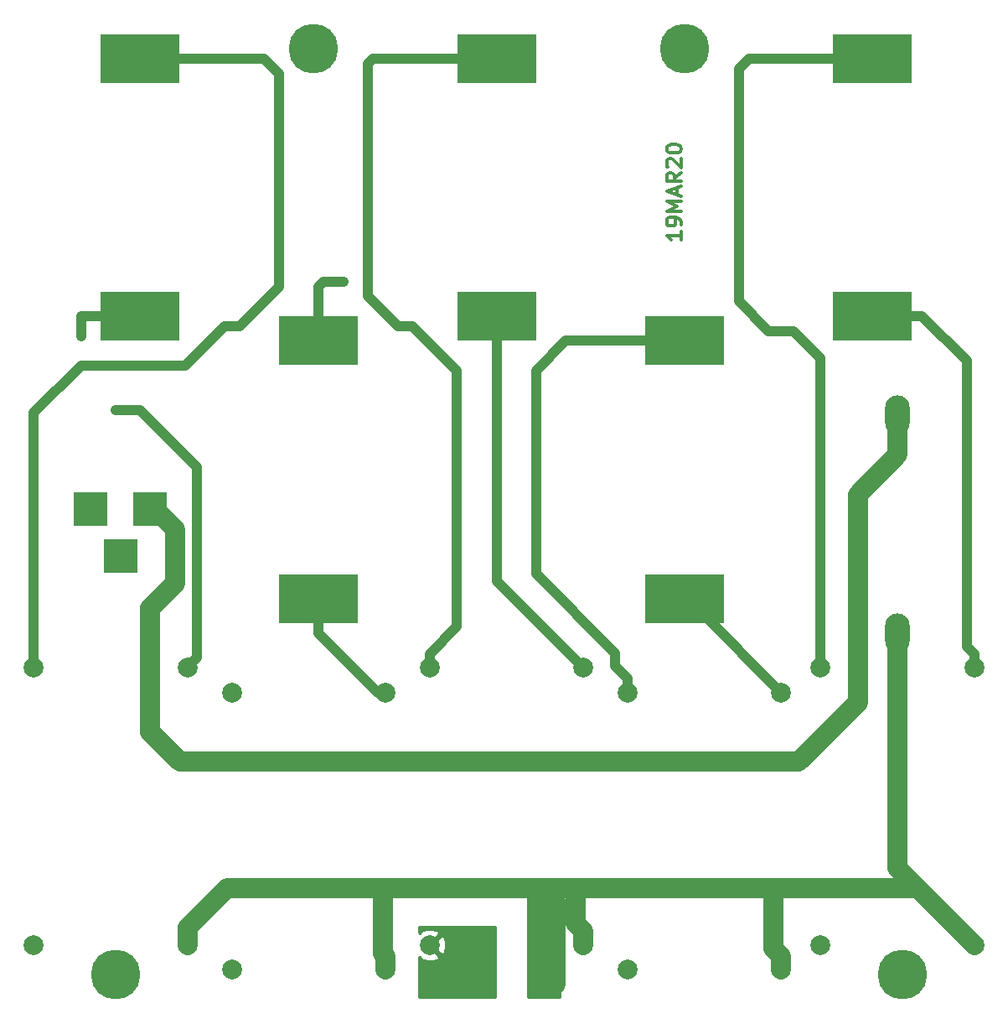
<source format=gbr>
G04 #@! TF.GenerationSoftware,KiCad,Pcbnew,(5.0.0)*
G04 #@! TF.CreationDate,2020-03-19T16:58:16-04:00*
G04 #@! TF.ProjectId,Grow_Lamp,47726F775F4C616D702E6B696361645F,rev?*
G04 #@! TF.SameCoordinates,Original*
G04 #@! TF.FileFunction,Copper,L1,Top,Signal*
G04 #@! TF.FilePolarity,Positive*
%FSLAX46Y46*%
G04 Gerber Fmt 4.6, Leading zero omitted, Abs format (unit mm)*
G04 Created by KiCad (PCBNEW (5.0.0)) date 03/19/20 16:58:16*
%MOMM*%
%LPD*%
G01*
G04 APERTURE LIST*
G04 #@! TA.AperFunction,NonConductor*
%ADD10C,0.375000*%
G04 #@! TD*
G04 #@! TA.AperFunction,SMDPad,CuDef*
%ADD11R,8.000000X5.000000*%
G04 #@! TD*
G04 #@! TA.AperFunction,ComponentPad*
%ADD12C,2.000000*%
G04 #@! TD*
G04 #@! TA.AperFunction,ComponentPad*
%ADD13O,2.500000X4.000000*%
G04 #@! TD*
G04 #@! TA.AperFunction,ComponentPad*
%ADD14R,3.500000X3.500000*%
G04 #@! TD*
G04 #@! TA.AperFunction,ComponentPad*
%ADD15C,5.000000*%
G04 #@! TD*
G04 #@! TA.AperFunction,ViaPad*
%ADD16C,0.800000*%
G04 #@! TD*
G04 #@! TA.AperFunction,Conductor*
%ADD17C,1.000000*%
G04 #@! TD*
G04 #@! TA.AperFunction,Conductor*
%ADD18C,2.000000*%
G04 #@! TD*
G04 #@! TA.AperFunction,Conductor*
%ADD19C,0.254000*%
G04 #@! TD*
G04 APERTURE END LIST*
D10*
X157678571Y-76964285D02*
X157678571Y-77821428D01*
X157678571Y-77392857D02*
X156178571Y-77392857D01*
X156392857Y-77535714D01*
X156535714Y-77678571D01*
X156607142Y-77821428D01*
X157678571Y-76250000D02*
X157678571Y-75964285D01*
X157607142Y-75821428D01*
X157535714Y-75750000D01*
X157321428Y-75607142D01*
X157035714Y-75535714D01*
X156464285Y-75535714D01*
X156321428Y-75607142D01*
X156250000Y-75678571D01*
X156178571Y-75821428D01*
X156178571Y-76107142D01*
X156250000Y-76250000D01*
X156321428Y-76321428D01*
X156464285Y-76392857D01*
X156821428Y-76392857D01*
X156964285Y-76321428D01*
X157035714Y-76250000D01*
X157107142Y-76107142D01*
X157107142Y-75821428D01*
X157035714Y-75678571D01*
X156964285Y-75607142D01*
X156821428Y-75535714D01*
X157678571Y-74892857D02*
X156178571Y-74892857D01*
X157250000Y-74392857D01*
X156178571Y-73892857D01*
X157678571Y-73892857D01*
X157250000Y-73250000D02*
X157250000Y-72535714D01*
X157678571Y-73392857D02*
X156178571Y-72892857D01*
X157678571Y-72392857D01*
X157678571Y-71035714D02*
X156964285Y-71535714D01*
X157678571Y-71892857D02*
X156178571Y-71892857D01*
X156178571Y-71321428D01*
X156250000Y-71178571D01*
X156321428Y-71107142D01*
X156464285Y-71035714D01*
X156678571Y-71035714D01*
X156821428Y-71107142D01*
X156892857Y-71178571D01*
X156964285Y-71321428D01*
X156964285Y-71892857D01*
X156321428Y-70464285D02*
X156250000Y-70392857D01*
X156178571Y-70250000D01*
X156178571Y-69892857D01*
X156250000Y-69750000D01*
X156321428Y-69678571D01*
X156464285Y-69607142D01*
X156607142Y-69607142D01*
X156821428Y-69678571D01*
X157678571Y-70535714D01*
X157678571Y-69607142D01*
X156178571Y-68678571D02*
X156178571Y-68535714D01*
X156250000Y-68392857D01*
X156321428Y-68321428D01*
X156464285Y-68250000D01*
X156750000Y-68178571D01*
X157107142Y-68178571D01*
X157392857Y-68250000D01*
X157535714Y-68321428D01*
X157607142Y-68392857D01*
X157678571Y-68535714D01*
X157678571Y-68678571D01*
X157607142Y-68821428D01*
X157535714Y-68892857D01*
X157392857Y-68964285D01*
X157107142Y-69035714D01*
X156750000Y-69035714D01*
X156464285Y-68964285D01*
X156321428Y-68892857D01*
X156250000Y-68821428D01*
X156178571Y-68678571D01*
D11*
G04 #@! TO.P,D1,2*
G04 #@! TO.N,Net-(D1-Pad2)*
X103000000Y-85500000D03*
G04 #@! TO.P,D1,1*
G04 #@! TO.N,Net-(D1-Pad1)*
X103000000Y-59500000D03*
G04 #@! TD*
G04 #@! TO.P,D2,1*
G04 #@! TO.N,Net-(D2-Pad1)*
X121000000Y-88000000D03*
G04 #@! TO.P,D2,2*
G04 #@! TO.N,Net-(D2-Pad2)*
X121000000Y-114000000D03*
G04 #@! TD*
G04 #@! TO.P,D3,2*
G04 #@! TO.N,Net-(D3-Pad2)*
X139000000Y-85500000D03*
G04 #@! TO.P,D3,1*
G04 #@! TO.N,Net-(D3-Pad1)*
X139000000Y-59500000D03*
G04 #@! TD*
G04 #@! TO.P,D4,1*
G04 #@! TO.N,Net-(D4-Pad1)*
X158000000Y-88000000D03*
G04 #@! TO.P,D4,2*
G04 #@! TO.N,Net-(D4-Pad2)*
X158000000Y-114000000D03*
G04 #@! TD*
D12*
G04 #@! TO.P,U1,4*
G04 #@! TO.N,Net-(D1-Pad1)*
X92250000Y-121000000D03*
G04 #@! TO.P,U1,3*
G04 #@! TO.N,Net-(D1-Pad2)*
X107750000Y-121000000D03*
G04 #@! TO.P,U1,2*
G04 #@! TO.N,+12V*
X107750000Y-149000000D03*
G04 #@! TO.P,U1,1*
G04 #@! TO.N,GND*
X92250000Y-149000000D03*
G04 #@! TD*
G04 #@! TO.P,U2,1*
G04 #@! TO.N,GND*
X112250000Y-151500000D03*
G04 #@! TO.P,U2,2*
G04 #@! TO.N,+12V*
X127750000Y-151500000D03*
G04 #@! TO.P,U2,3*
G04 #@! TO.N,Net-(D2-Pad2)*
X127750000Y-123500000D03*
G04 #@! TO.P,U2,4*
G04 #@! TO.N,Net-(D2-Pad1)*
X112250000Y-123500000D03*
G04 #@! TD*
G04 #@! TO.P,U3,4*
G04 #@! TO.N,Net-(D3-Pad1)*
X132250000Y-121000000D03*
G04 #@! TO.P,U3,3*
G04 #@! TO.N,Net-(D3-Pad2)*
X147750000Y-121000000D03*
G04 #@! TO.P,U3,2*
G04 #@! TO.N,+12V*
X147750000Y-149000000D03*
G04 #@! TO.P,U3,1*
G04 #@! TO.N,GND*
X132250000Y-149000000D03*
G04 #@! TD*
G04 #@! TO.P,U4,1*
G04 #@! TO.N,GND*
X152250000Y-151500000D03*
G04 #@! TO.P,U4,2*
G04 #@! TO.N,+12V*
X167750000Y-151500000D03*
G04 #@! TO.P,U4,3*
G04 #@! TO.N,Net-(D4-Pad2)*
X167750000Y-123500000D03*
G04 #@! TO.P,U4,4*
G04 #@! TO.N,Net-(D4-Pad1)*
X152250000Y-123500000D03*
G04 #@! TD*
D11*
G04 #@! TO.P,D5,2*
G04 #@! TO.N,Net-(D5-Pad2)*
X177000000Y-85500000D03*
G04 #@! TO.P,D5,1*
G04 #@! TO.N,Net-(D5-Pad1)*
X177000000Y-59500000D03*
G04 #@! TD*
D13*
G04 #@! TO.P,F1,1*
G04 #@! TO.N,+12V*
X179500000Y-117500000D03*
G04 #@! TO.P,F1,2*
G04 #@! TO.N,Net-(F1-Pad2)*
X179500000Y-95500000D03*
G04 #@! TD*
D14*
G04 #@! TO.P,J1,3*
G04 #@! TO.N,N/C*
X101000000Y-109700000D03*
G04 #@! TO.P,J1,2*
G04 #@! TO.N,GND*
X98000000Y-105000000D03*
G04 #@! TO.P,J1,1*
G04 #@! TO.N,Net-(F1-Pad2)*
X104000000Y-105000000D03*
G04 #@! TD*
D12*
G04 #@! TO.P,U5,4*
G04 #@! TO.N,Net-(D5-Pad1)*
X171750000Y-121000000D03*
G04 #@! TO.P,U5,3*
G04 #@! TO.N,Net-(D5-Pad2)*
X187250000Y-121000000D03*
G04 #@! TO.P,U5,2*
G04 #@! TO.N,+12V*
X187250000Y-149000000D03*
G04 #@! TO.P,U5,1*
G04 #@! TO.N,GND*
X171750000Y-149000000D03*
G04 #@! TD*
D15*
G04 #@! TO.P,MNT1,1*
G04 #@! TO.N,GND*
X100500000Y-152000000D03*
G04 #@! TD*
G04 #@! TO.P,MNT2,1*
G04 #@! TO.N,GND*
X180000000Y-152000000D03*
G04 #@! TD*
G04 #@! TO.P,MNT3,1*
G04 #@! TO.N,GND*
X158000000Y-58500000D03*
G04 #@! TD*
G04 #@! TO.P,MNT4,1*
G04 #@! TO.N,GND*
X120500000Y-58500000D03*
G04 #@! TD*
D16*
G04 #@! TO.N,Net-(D1-Pad2)*
X100500000Y-95000000D03*
X97000000Y-85500000D03*
X103000000Y-95000000D03*
X102000000Y-95000000D03*
X97000000Y-86500000D03*
X97000000Y-87500000D03*
G04 #@! TO.N,Net-(D2-Pad1)*
X123500000Y-82000000D03*
X122500000Y-82000000D03*
X121500000Y-82000000D03*
G04 #@! TD*
D17*
G04 #@! TO.N,Net-(D1-Pad2)*
X108749999Y-120000001D02*
X108749999Y-100749999D01*
X107750000Y-121000000D02*
X108749999Y-120000001D01*
X108749999Y-100749999D02*
X103000000Y-95000000D01*
X103000000Y-95000000D02*
X102000000Y-95000000D01*
X103000000Y-95000000D02*
X103000000Y-95000000D01*
X102000000Y-95000000D02*
X100500000Y-95000000D01*
X97000000Y-87500000D02*
X97000000Y-85500000D01*
X103000000Y-85500000D02*
X97000000Y-85500000D01*
G04 #@! TO.N,Net-(D1-Pad1)*
X115500000Y-59500000D02*
X103000000Y-59500000D01*
X117000000Y-61000000D02*
X115500000Y-59500000D01*
X117000000Y-82500000D02*
X117000000Y-61000000D01*
X92250000Y-121000000D02*
X92250000Y-95250000D01*
X92250000Y-95250000D02*
X97000000Y-90500000D01*
X97000000Y-90500000D02*
X107500000Y-90500000D01*
X107500000Y-90500000D02*
X111500000Y-86500000D01*
X111500000Y-86500000D02*
X113000000Y-86500000D01*
X113000000Y-86500000D02*
X117000000Y-82500000D01*
G04 #@! TO.N,Net-(D2-Pad1)*
X121000000Y-82500000D02*
X121500000Y-82000000D01*
X121000000Y-88000000D02*
X121000000Y-82500000D01*
X123500000Y-82000000D02*
X121500000Y-82000000D01*
G04 #@! TO.N,Net-(D2-Pad2)*
X127000000Y-123500000D02*
X127750000Y-123500000D01*
X121000000Y-117500000D02*
X127000000Y-123500000D01*
X121000000Y-114000000D02*
X121000000Y-117500000D01*
G04 #@! TO.N,Net-(D3-Pad2)*
X139000000Y-112250000D02*
X147750000Y-121000000D01*
X139000000Y-85500000D02*
X139000000Y-112250000D01*
G04 #@! TO.N,Net-(D3-Pad1)*
X132250000Y-119585787D02*
X135000000Y-116835787D01*
X132250000Y-121000000D02*
X132250000Y-119585787D01*
X135000000Y-116835787D02*
X135000000Y-91000000D01*
X135000000Y-91000000D02*
X130500000Y-86500000D01*
X130500000Y-86500000D02*
X129000000Y-86500000D01*
X129000000Y-86500000D02*
X126000000Y-83500000D01*
X126000000Y-83500000D02*
X126000000Y-60000000D01*
X126500000Y-59500000D02*
X139000000Y-59500000D01*
X126000000Y-60000000D02*
X126500000Y-59500000D01*
G04 #@! TO.N,Net-(D4-Pad1)*
X152250000Y-122085787D02*
X151000000Y-120835787D01*
X152250000Y-123500000D02*
X152250000Y-122085787D01*
X151000000Y-120835787D02*
X151000000Y-119500000D01*
X151000000Y-119500000D02*
X143000000Y-111500000D01*
X143000000Y-111500000D02*
X143000000Y-91000000D01*
X146000000Y-88000000D02*
X158000000Y-88000000D01*
X143000000Y-91000000D02*
X146000000Y-88000000D01*
G04 #@! TO.N,Net-(D4-Pad2)*
X158000000Y-114000000D02*
X159500000Y-114000000D01*
X159500000Y-115250000D02*
X167750000Y-123500000D01*
X159500000Y-114000000D02*
X159500000Y-115250000D01*
D18*
G04 #@! TO.N,+12V*
X187250000Y-149000000D02*
X181500000Y-143250000D01*
X107750000Y-147250000D02*
X107750000Y-149000000D01*
X111750000Y-143250000D02*
X107750000Y-147250000D01*
X127500000Y-149835787D02*
X127500000Y-143250000D01*
X127750000Y-150085787D02*
X127500000Y-149835787D01*
X127750000Y-151500000D02*
X127750000Y-150085787D01*
X127500000Y-143250000D02*
X111750000Y-143250000D01*
X147000000Y-146835787D02*
X147000000Y-143250000D01*
X147750000Y-147585787D02*
X147000000Y-146835787D01*
X147750000Y-149000000D02*
X147750000Y-147585787D01*
X167000000Y-149335787D02*
X167000000Y-143250000D01*
X167750000Y-150085787D02*
X167000000Y-149335787D01*
X167750000Y-151500000D02*
X167750000Y-150085787D01*
X181500000Y-143250000D02*
X167000000Y-143250000D01*
X167000000Y-143250000D02*
X147000000Y-143250000D01*
X179500000Y-141250000D02*
X181500000Y-143250000D01*
X179500000Y-117500000D02*
X179500000Y-141250000D01*
X143500000Y-143250000D02*
X143500000Y-153000000D01*
X143500000Y-143250000D02*
X127500000Y-143250000D01*
X147000000Y-143250000D02*
X143500000Y-143250000D01*
X143500000Y-153000000D02*
X145000000Y-153000000D01*
X145000000Y-144500000D02*
X145000000Y-153000000D01*
D17*
G04 #@! TO.N,Net-(D5-Pad2)*
X187250000Y-119585787D02*
X186500000Y-118835787D01*
X187250000Y-121000000D02*
X187250000Y-119585787D01*
X186500000Y-118835787D02*
X186500000Y-90000000D01*
X182000000Y-85500000D02*
X177000000Y-85500000D01*
X186500000Y-90000000D02*
X182000000Y-85500000D01*
G04 #@! TO.N,Net-(D5-Pad1)*
X164500000Y-59500000D02*
X177000000Y-59500000D01*
X171750000Y-89750000D02*
X169000000Y-87000000D01*
X171750000Y-121000000D02*
X171750000Y-89750000D01*
X169000000Y-87000000D02*
X166500000Y-87000000D01*
X166500000Y-87000000D02*
X163500000Y-84000000D01*
X163500000Y-84000000D02*
X163500000Y-60500000D01*
X163500000Y-60500000D02*
X164500000Y-59500000D01*
D18*
G04 #@! TO.N,Net-(F1-Pad2)*
X179500000Y-99500000D02*
X175500000Y-103500000D01*
X179500000Y-95500000D02*
X179500000Y-99500000D01*
X175500000Y-103500000D02*
X175500000Y-124500000D01*
X175500000Y-124500000D02*
X169500000Y-130500000D01*
X169500000Y-130500000D02*
X107000000Y-130500000D01*
X107000000Y-130500000D02*
X104000000Y-127500000D01*
X104000000Y-105000000D02*
X104500000Y-105000000D01*
X104500000Y-105000000D02*
X106500000Y-107000000D01*
X106500000Y-112500000D02*
X104000000Y-115000000D01*
X106500000Y-107000000D02*
X106500000Y-112500000D01*
X104000000Y-127500000D02*
X104000000Y-115000000D01*
G04 #@! TD*
D19*
G04 #@! TO.N,+12V*
G36*
X145373000Y-154290000D02*
X142127000Y-154290000D01*
X142127000Y-143127000D01*
X145373000Y-143127000D01*
X145373000Y-154290000D01*
X145373000Y-154290000D01*
G37*
X145373000Y-154290000D02*
X142127000Y-154290000D01*
X142127000Y-143127000D01*
X145373000Y-143127000D01*
X145373000Y-154290000D01*
G04 #@! TO.N,GND*
G36*
X138873000Y-154290000D02*
X131127000Y-154290000D01*
X131127000Y-150231020D01*
X131162794Y-150266814D01*
X131277074Y-150152534D01*
X131375736Y-150419387D01*
X131985461Y-150645908D01*
X132635460Y-150621856D01*
X133124264Y-150419387D01*
X133222927Y-150152532D01*
X132250000Y-149179605D01*
X132235858Y-149193748D01*
X132056253Y-149014143D01*
X132070395Y-149000000D01*
X132429605Y-149000000D01*
X133402532Y-149972927D01*
X133669387Y-149874264D01*
X133895908Y-149264539D01*
X133871856Y-148614540D01*
X133669387Y-148125736D01*
X133402532Y-148027073D01*
X132429605Y-149000000D01*
X132070395Y-149000000D01*
X132056253Y-148985858D01*
X132235858Y-148806253D01*
X132250000Y-148820395D01*
X133222927Y-147847468D01*
X133124264Y-147580613D01*
X132514539Y-147354092D01*
X131864540Y-147378144D01*
X131375736Y-147580613D01*
X131277074Y-147847466D01*
X131162794Y-147733186D01*
X131127000Y-147768980D01*
X131127000Y-147127000D01*
X138873000Y-147127000D01*
X138873000Y-154290000D01*
X138873000Y-154290000D01*
G37*
X138873000Y-154290000D02*
X131127000Y-154290000D01*
X131127000Y-150231020D01*
X131162794Y-150266814D01*
X131277074Y-150152534D01*
X131375736Y-150419387D01*
X131985461Y-150645908D01*
X132635460Y-150621856D01*
X133124264Y-150419387D01*
X133222927Y-150152532D01*
X132250000Y-149179605D01*
X132235858Y-149193748D01*
X132056253Y-149014143D01*
X132070395Y-149000000D01*
X132429605Y-149000000D01*
X133402532Y-149972927D01*
X133669387Y-149874264D01*
X133895908Y-149264539D01*
X133871856Y-148614540D01*
X133669387Y-148125736D01*
X133402532Y-148027073D01*
X132429605Y-149000000D01*
X132070395Y-149000000D01*
X132056253Y-148985858D01*
X132235858Y-148806253D01*
X132250000Y-148820395D01*
X133222927Y-147847468D01*
X133124264Y-147580613D01*
X132514539Y-147354092D01*
X131864540Y-147378144D01*
X131375736Y-147580613D01*
X131277074Y-147847466D01*
X131162794Y-147733186D01*
X131127000Y-147768980D01*
X131127000Y-147127000D01*
X138873000Y-147127000D01*
X138873000Y-154290000D01*
G04 #@! TD*
M02*

</source>
